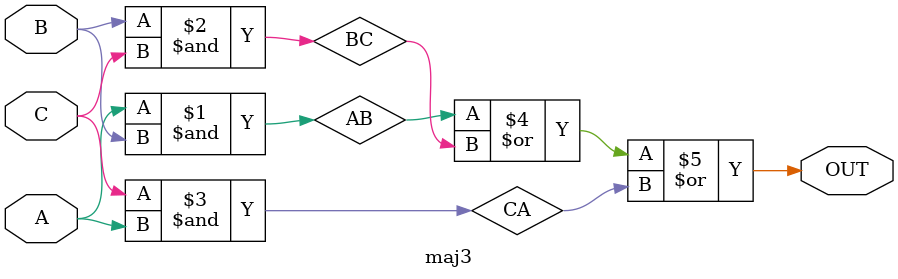
<source format=sv>


module maj3( OUT, A, B, C);
	
  input A, B, C;
  output OUT;
  wire AB, BC, CA;
  
  
  and( AB, A, B);
  and( BC, B, C); //instantiation of and() gate
  and( CA, C, A);
  // comment
 
  or( OUT, AB, BC, CA); 
endmodule
</source>
